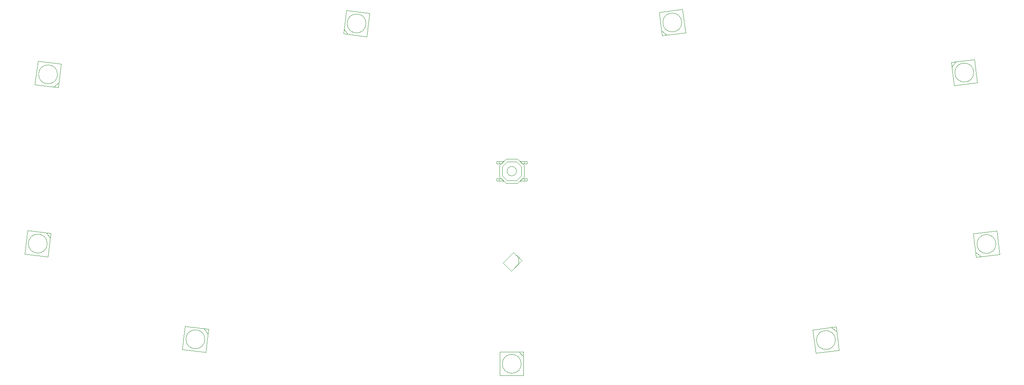
<source format=gbr>
G04 #@! TF.GenerationSoftware,KiCad,Pcbnew,(5.1.10-1-10_14)*
G04 #@! TF.CreationDate,2021-09-21T06:26:05-05:00*
G04 #@! TF.ProjectId,LeChiffre,4c654368-6966-4667-9265-2e6b69636164,rev?*
G04 #@! TF.SameCoordinates,Original*
G04 #@! TF.FileFunction,Other,Fab,Bot*
%FSLAX46Y46*%
G04 Gerber Fmt 4.6, Leading zero omitted, Abs format (unit mm)*
G04 Created by KiCad (PCBNEW (5.1.10-1-10_14)) date 2021-09-21 06:26:05*
%MOMM*%
%LPD*%
G01*
G04 APERTURE LIST*
%ADD10C,0.100000*%
G04 APERTURE END LIST*
D10*
X140065000Y-118290000D02*
G75*
G03*
X140065000Y-118290000I-2000000J0D01*
G01*
X140565000Y-120790000D02*
X135565000Y-120790000D01*
X140565000Y-115790000D02*
X140565000Y-120790000D01*
X135565000Y-115790000D02*
X140565000Y-115790000D01*
X135565000Y-120790000D02*
X135565000Y-115790000D01*
X140565000Y-116790000D02*
X139565000Y-115790000D01*
X206640000Y-113250000D02*
G75*
G03*
X206640000Y-113250000I-2000000J0D01*
G01*
X207426039Y-115426692D02*
X202463308Y-116036039D01*
X206816692Y-110463961D02*
X207426039Y-115426692D01*
X201853961Y-111073308D02*
X206816692Y-110463961D01*
X202463308Y-116036039D02*
X201853961Y-111073308D01*
X206938561Y-111456507D02*
X205824146Y-110585831D01*
X240660000Y-92890000D02*
G75*
G03*
X240660000Y-92890000I-2000000J0D01*
G01*
X235873961Y-90713308D02*
X240836692Y-90103961D01*
X236483308Y-95676039D02*
X235873961Y-90713308D01*
X241446039Y-95066692D02*
X236483308Y-95676039D01*
X240836692Y-90103961D02*
X241446039Y-95066692D01*
X236361439Y-94683493D02*
X237475854Y-95554169D01*
X235960000Y-56540000D02*
G75*
G03*
X235960000Y-56540000I-2000000J0D01*
G01*
X236136692Y-53753961D02*
X236746039Y-58716692D01*
X231173961Y-54363308D02*
X236136692Y-53753961D01*
X231783308Y-59326039D02*
X231173961Y-54363308D01*
X236746039Y-58716692D02*
X231783308Y-59326039D01*
X232166507Y-54241439D02*
X231295831Y-55355854D01*
X174080000Y-45930000D02*
G75*
G03*
X174080000Y-45930000I-2000000J0D01*
G01*
X169293961Y-43753308D02*
X174256692Y-43143961D01*
X169903308Y-48716039D02*
X169293961Y-43753308D01*
X174866039Y-48106692D02*
X169903308Y-48716039D01*
X174256692Y-43143961D02*
X174866039Y-48106692D01*
X169781439Y-47723493D02*
X170895854Y-48594169D01*
X107180000Y-46130000D02*
G75*
G03*
X107180000Y-46130000I-2000000J0D01*
G01*
X103003308Y-43343961D02*
X107966039Y-43953308D01*
X102393961Y-48306692D02*
X103003308Y-43343961D01*
X107356692Y-48916039D02*
X102393961Y-48306692D01*
X107966039Y-43953308D02*
X107356692Y-48916039D01*
X102515831Y-47314146D02*
X103386507Y-48428561D01*
X41800000Y-56930000D02*
G75*
G03*
X41800000Y-56930000I-2000000J0D01*
G01*
X37013961Y-59106692D02*
X37623308Y-54143961D01*
X41976692Y-59716039D02*
X37013961Y-59106692D01*
X42586039Y-54753308D02*
X41976692Y-59716039D01*
X37623308Y-54143961D02*
X42586039Y-54753308D01*
X40984146Y-59594169D02*
X42098561Y-58723493D01*
X39620000Y-92810000D02*
G75*
G03*
X39620000Y-92810000I-2000000J0D01*
G01*
X39796692Y-95596039D02*
X34833961Y-94986692D01*
X40406039Y-90633308D02*
X39796692Y-95596039D01*
X35443308Y-90023961D02*
X40406039Y-90633308D01*
X34833961Y-94986692D02*
X35443308Y-90023961D01*
X40284169Y-91625854D02*
X39413493Y-90511439D01*
X73020000Y-113090000D02*
G75*
G03*
X73020000Y-113090000I-2000000J0D01*
G01*
X73196692Y-115876039D02*
X68233961Y-115266692D01*
X73806039Y-110913308D02*
X73196692Y-115876039D01*
X68843308Y-110303961D02*
X73806039Y-110913308D01*
X68233961Y-115266692D02*
X68843308Y-110303961D01*
X73684169Y-111905854D02*
X72813493Y-110791439D01*
X138452487Y-94634746D02*
X140220254Y-96402513D01*
X140220254Y-96402513D02*
X137957513Y-98665254D01*
X137957513Y-98665254D02*
X136189746Y-96897487D01*
X136189746Y-96897487D02*
X138452487Y-94634746D01*
X139513148Y-95695406D02*
X139513148Y-97109619D01*
X139065000Y-77450000D02*
G75*
G03*
X139065000Y-77450000I-1000000J0D01*
G01*
X136865000Y-80050000D02*
X135465000Y-78650000D01*
X139265000Y-80050000D02*
X136865000Y-80050000D01*
X140665000Y-78650000D02*
X139265000Y-80050000D01*
X140665000Y-76250000D02*
X140665000Y-78650000D01*
X139265000Y-74850000D02*
X140665000Y-76250000D01*
X136865000Y-74850000D02*
X139265000Y-74850000D01*
X135465000Y-76250000D02*
X136865000Y-74850000D01*
X135465000Y-78650000D02*
X135465000Y-76250000D01*
X136065000Y-76450000D02*
X136065000Y-78450000D01*
X137065000Y-75450000D02*
X136065000Y-76450000D01*
X139065000Y-75450000D02*
X137065000Y-75450000D01*
X140065000Y-76450000D02*
X139065000Y-75450000D01*
X140065000Y-78450000D02*
X140065000Y-76450000D01*
X139065000Y-79450000D02*
X140065000Y-78450000D01*
X137065000Y-79450000D02*
X139065000Y-79450000D01*
X136065000Y-78450000D02*
X137065000Y-79450000D01*
X141265000Y-75850000D02*
X140265000Y-75850000D01*
X140765000Y-75350000D02*
X140765000Y-75850000D01*
X139765000Y-75350000D02*
X141265000Y-75350000D01*
X136365000Y-75350000D02*
X134865000Y-75350000D01*
X134865000Y-75850000D02*
X135865000Y-75850000D01*
X135365000Y-75350000D02*
X135365000Y-75850000D01*
X134865000Y-79050000D02*
X135865000Y-79050000D01*
X136365000Y-79550000D02*
X134865000Y-79550000D01*
X135365000Y-79550000D02*
X135365000Y-79050000D01*
X141265000Y-79050000D02*
X140265000Y-79050000D01*
X139765000Y-79550000D02*
X141265000Y-79550000D01*
X140765000Y-79550000D02*
X140765000Y-79050000D01*
X134865000Y-79550000D02*
X134865000Y-79050000D01*
X134865000Y-75350000D02*
X134865000Y-75850000D01*
X141265000Y-79550000D02*
X141265000Y-79050000D01*
X141265000Y-75350000D02*
X141265000Y-75850000D01*
M02*

</source>
